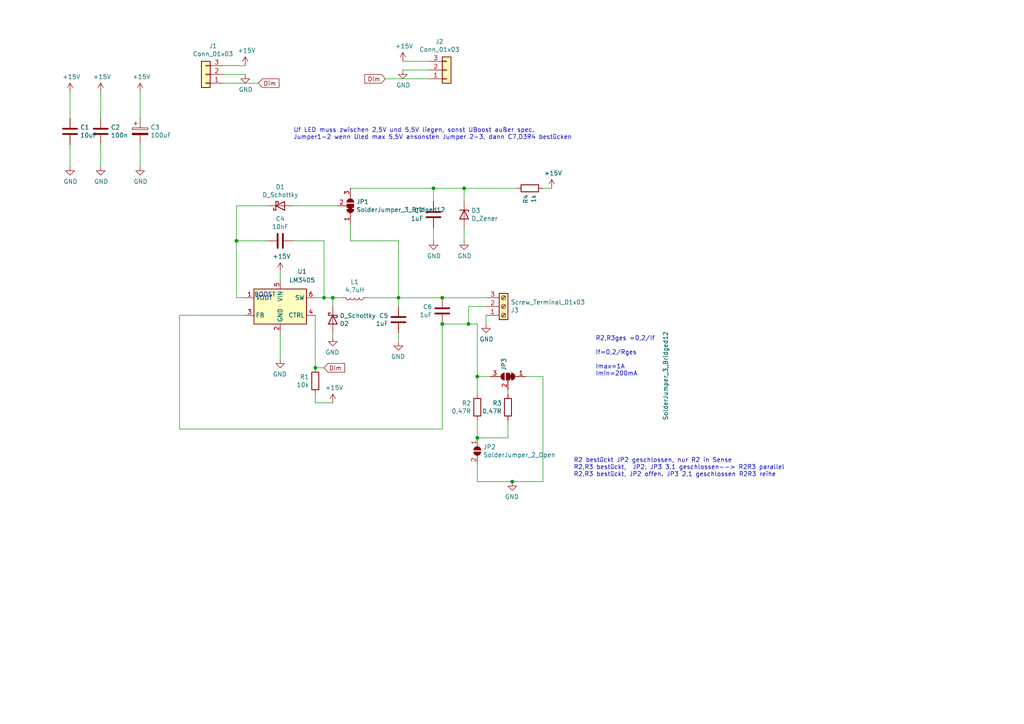
<source format=kicad_sch>
(kicad_sch (version 20231120) (generator "eeschema") (generator_version "8.0")
  (paper "A4")
  (title_block (title "Universaltreiber LED") (date "2020-06-12") (rev "Version2") (comment 1 "Anreihbahr, ") (comment 2 "V1->V2 Größere Footprint C3, D2") (comment 3 "Optional UBoost aus Vin oder Vout"))
  (lib_symbols
    (symbol "Connector:Screw_Terminal_01x03" (pin_names (offset 1.016) hide)
      (property "Reference" "J" (at 0 5.08 0))
      (property "Value" "Screw_Terminal_01x03" (at 0 -5.08 0))
      (symbol "Screw_Terminal_01x03_1_1"
        (rectangle (start -1.27 3.81) (end 1.27 -3.81) (stroke (width 0.254)) (fill (type background)))
        (circle (center 0 -2.54) (radius 0.635) (stroke (width 0.1524)))
        (polyline (pts (xy -0.5334 -2.2098) (xy 0.3302 -3.048)) (stroke (width 0.1524)))
        (polyline (pts (xy -0.5334 0.3302) (xy 0.3302 -0.508)) (stroke (width 0.1524)))
        (polyline (pts (xy -0.5334 2.8702) (xy 0.3302 2.032)) (stroke (width 0.1524)))
        (polyline (pts (xy -0.3556 -2.032) (xy 0.508 -2.8702)) (stroke (width 0.1524)))
        (polyline (pts (xy -0.3556 0.508) (xy 0.508 -0.3302)) (stroke (width 0.1524)))
        (polyline (pts (xy -0.3556 3.048) (xy 0.508 2.2098)) (stroke (width 0.1524)))
        (circle (center 0 0) (radius 0.635) (stroke (width 0.1524)))
        (circle (center 0 2.54) (radius 0.635) (stroke (width 0.1524)))
        (pin passive line (at -5.08 2.54 0) (length 3.81) (name "Pin_1") (number "1"))
        (pin passive line (at -5.08 0 0) (length 3.81) (name "Pin_2") (number "2"))
        (pin passive line (at -5.08 -2.54 0) (length 3.81) (name "Pin_3") (number "3"))
      )
    )
    (symbol "Connector_Generic:Conn_01x03" (pin_names (offset 1.016) hide)
      (property "Reference" "J" (at 0 5.08 0))
      (property "Value" "Conn_01x03" (at 0 -5.08 0))
      (symbol "Conn_01x03_1_1"
        (rectangle (start -1.27 -2.413) (end 0 -2.667) (stroke (width 0.1524)))
        (rectangle (start -1.27 0.127) (end 0 -0.127) (stroke (width 0.1524)))
        (rectangle (start -1.27 2.667) (end 0 2.413) (stroke (width 0.1524)))
        (rectangle (start -1.27 3.81) (end 1.27 -3.81) (stroke (width 0.254)) (fill (type background)))
        (pin passive line (at -5.08 2.54 0) (length 3.81) (name "Pin_1") (number "1"))
        (pin passive line (at -5.08 0 0) (length 3.81) (name "Pin_2") (number "2"))
        (pin passive line (at -5.08 -2.54 0) (length 3.81) (name "Pin_3") (number "3"))
      )
    )
    (symbol "Device:C" (pin_numbers hide) (pin_names (offset 0.254))
      (property "Reference" "C" (at 0.635 2.54 0))
      (property "Value" "C" (at 0.635 -2.54 0))
      (symbol "C_0_1"
        (polyline (pts (xy -2.032 -0.762) (xy 2.032 -0.762)) (stroke (width 0.508)))
        (polyline (pts (xy -2.032 0.762) (xy 2.032 0.762)) (stroke (width 0.508)))
      )
      (symbol "C_1_1"
        (pin passive line (at 0 3.81 270) (length 2.794) (name "~") (number "1"))
        (pin passive line (at 0 -3.81 90) (length 2.794) (name "~") (number "2"))
      )
    )
    (symbol "Device:D_Schottky" (pin_numbers hide) (pin_names (offset 1.016) hide)
      (property "Reference" "D" (at 0 2.54 0))
      (property "Value" "D_Schottky" (at 0 -2.54 0))
      (symbol "D_Schottky_0_1"
        (polyline (pts (xy 1.27 0) (xy -1.27 0)))
        (polyline (pts (xy 1.27 1.27) (xy 1.27 -1.27) (xy -1.27 0) (xy 1.27 1.27)) (stroke (width 0.254)))
        (polyline (pts (xy -1.905 0.635) (xy -1.905 1.27) (xy -1.27 1.27) (xy -1.27 -1.27) (xy -0.635 -1.27) (xy -0.635 -0.635)) (stroke (width 0.254)))
      )
      (symbol "D_Schottky_1_1"
        (pin passive line (at -3.81 0 0) (length 2.54) (name "K") (number "1"))
        (pin passive line (at 3.81 0 180) (length 2.54) (name "A") (number "2"))
      )
    )
    (symbol "Device:D_Zener" (pin_numbers hide) (pin_names (offset 1.016) hide)
      (property "Reference" "D" (at 0 2.54 0))
      (property "Value" "D_Zener" (at 0 -2.54 0))
      (symbol "D_Zener_0_1"
        (polyline (pts (xy 1.27 0) (xy -1.27 0)))
        (polyline (pts (xy -1.27 -1.27) (xy -1.27 1.27) (xy -0.762 1.27)) (stroke (width 0.254)))
        (polyline (pts (xy 1.27 -1.27) (xy 1.27 1.27) (xy -1.27 0) (xy 1.27 -1.27)) (stroke (width 0.254)))
      )
      (symbol "D_Zener_1_1"
        (pin passive line (at -3.81 0 0) (length 2.54) (name "K") (number "1"))
        (pin passive line (at 3.81 0 180) (length 2.54) (name "A") (number "2"))
      )
    )
    (symbol "Device:L" (pin_numbers hide) (pin_names (offset 1.016) hide)
      (property "Reference" "L" (at -1.27 0 90))
      (property "Value" "L" (at 1.905 0 90))
      (symbol "L_0_1"
        (arc (start 0 -2.54) (mid 0.6323 -1.905) (end 0 -1.27))
        (arc (start 0 -1.27) (mid 0.6323 -0.635) (end 0 0))
        (arc (start 0 0) (mid 0.6323 0.635) (end 0 1.27))
        (arc (start 0 1.27) (mid 0.6323 1.905) (end 0 2.54))
      )
      (symbol "L_1_1"
        (pin passive line (at 0 3.81 270) (length 1.27) (name "1") (number "1"))
        (pin passive line (at 0 -3.81 90) (length 1.27) (name "2") (number "2"))
      )
    )
    (symbol "Device:R" (pin_numbers hide) (pin_names (offset 0))
      (property "Reference" "R" (at 2.032 0 90))
      (property "Value" "R" (at 0 0 90))
      (symbol "R_0_1"
        (rectangle (start -1.016 -2.54) (end 1.016 2.54) (stroke (width 0.254)))
      )
      (symbol "R_1_1"
        (pin passive line (at 0 3.81 270) (length 1.27) (name "~") (number "1"))
        (pin passive line (at 0 -3.81 90) (length 1.27) (name "~") (number "2"))
      )
    )
    (symbol "Driver_LED:LT3465"
      (property "Reference" "U" (at -7.62 6.35 0))
      (property "Value" "LT3465" (at 1.27 6.35 0))
      (symbol "LT3465_0_1"
        (rectangle (start -7.62 5.08) (end 7.62 -5.08) (stroke (width 0.254)) (fill (type background)))
      )
      (symbol "LT3465_1_1"
        (pin power_out line (at 10.16 2.54 180) (length 2.54) (name "VOUT") (number "1"))
        (pin power_in line (at 0 -7.62 90) (length 2.54) (name "GND") (number "2"))
        (pin input line (at 10.16 -2.54 180) (length 2.54) (name "FB") (number "3"))
        (pin input line (at -10.16 -2.54 0) (length 2.54) (name "CTRL") (number "4"))
        (pin power_in line (at 0 7.62 270) (length 2.54) (name "VIN") (number "5"))
        (pin output line (at -10.16 2.54 0) (length 2.54) (name "SW") (number "6"))
      )
    )
    (symbol "Jumper:SolderJumper_2_Open" (pin_names (offset 0) hide)
      (property "Reference" "JP" (at 0 2.032 0))
      (property "Value" "SolderJumper_2_Open" (at 0 -2.54 0))
      (symbol "SolderJumper_2_Open_0_1"
        (arc (start -0.254 1.016) (mid -1.2656 0) (end -0.254 -1.016))
        (arc (start -0.254 1.016) (mid -1.2656 0) (end -0.254 -1.016) (fill (type outline)))
        (polyline (pts (xy -0.254 1.016) (xy -0.254 -1.016)))
        (polyline (pts (xy 0.254 1.016) (xy 0.254 -1.016)))
        (arc (start 0.254 -1.016) (mid 1.2656 0) (end 0.254 1.016))
        (arc (start 0.254 -1.016) (mid 1.2656 0) (end 0.254 1.016) (fill (type outline)))
      )
      (symbol "SolderJumper_2_Open_1_1"
        (pin passive line (at -3.81 0 0) (length 2.54) (name "A") (number "1"))
        (pin passive line (at 3.81 0 180) (length 2.54) (name "B") (number "2"))
      )
    )
    (symbol "LED-PowerModul_ver2-rescue:CP-Device" (pin_numbers hide) (pin_names (offset 0.254))
      (property "Reference" "C" (at 0.635 2.54 0))
      (property "Value" "CP-Device" (at 0.635 -2.54 0))
      (symbol "CP-Device_0_1"
        (rectangle (start -2.286 0.508) (end 2.286 1.016))
        (polyline (pts (xy -1.778 2.286) (xy -0.762 2.286)))
        (polyline (pts (xy -1.27 2.794) (xy -1.27 1.778)))
        (rectangle (start 2.286 -0.508) (end -2.286 -1.016) (fill (type outline)))
      )
      (symbol "CP-Device_1_1"
        (pin passive line (at 0 3.81 270) (length 2.794) (name "~") (number "1"))
        (pin passive line (at 0 -3.81 90) (length 2.794) (name "~") (number "2"))
      )
    )
    (symbol "LED-PowerModul_ver2-rescue:SolderJumper_3_Bridged12-Jumper" (pin_names (offset 0) hide)
      (property "Reference" "JP" (at -2.54 -2.54 0))
      (property "Value" "SolderJumper_3_Bridged12-Jumper" (at 0 2.794 0))
      (symbol "SolderJumper_3_Bridged12-Jumper_0_1"
        (rectangle (start -1.016 0.508) (end -0.508 -0.508) (fill (type outline)))
        (arc (start -1.016 1.016) (mid -2.0276 0) (end -1.016 -1.016))
        (arc (start -1.016 1.016) (mid -2.0276 0) (end -1.016 -1.016) (fill (type outline)))
        (rectangle (start -0.508 1.016) (end 0.508 -1.016) (fill (type outline)))
        (polyline (pts (xy -2.54 0) (xy -2.032 0)))
        (polyline (pts (xy -1.016 1.016) (xy -1.016 -1.016)))
        (polyline (pts (xy 0 -1.27) (xy 0 -1.016)))
        (polyline (pts (xy 1.016 1.016) (xy 1.016 -1.016)))
        (polyline (pts (xy 2.54 0) (xy 2.032 0)))
        (arc (start 1.016 -1.016) (mid 2.0276 0) (end 1.016 1.016))
        (arc (start 1.016 -1.016) (mid 2.0276 0) (end 1.016 1.016) (fill (type outline)))
      )
      (symbol "SolderJumper_3_Bridged12-Jumper_1_1"
        (pin passive line (at -5.08 0 0) (length 2.54) (name "A") (number "1"))
        (pin input line (at 0 -3.81 90) (length 2.54) (name "C") (number "2"))
        (pin passive line (at 5.08 0 180) (length 2.54) (name "B") (number "3"))
      )
    )
    (symbol "power:+15V" (power) (pin_names (offset 0))
      (property "Value" "+15V" (at 0 3.556 0))
      (symbol "+15V_0_1"
        (polyline (pts (xy -0.762 1.27) (xy 0 2.54)))
        (polyline (pts (xy 0 0) (xy 0 2.54)))
        (polyline (pts (xy 0 2.54) (xy 0.762 1.27)))
      )
      (symbol "+15V_1_1"
        (pin power_in line (at 0 0 90) (length 0) hide (name "+15V") (number "1"))
      )
    )
    (symbol "power:GND" (power) (pin_names (offset 0))
      (property "Value" "GND" (at 0 -3.81 0))
      (symbol "GND_0_1"
        (polyline (pts (xy 0 0) (xy 0 -1.27) (xy 1.27 -1.27) (xy 0 -2.54) (xy -1.27 -1.27) (xy 0 -1.27)))
      )
      (symbol "GND_1_1"
        (pin power_in line (at 0 0 270) (length 0) hide (name "GND") (number "1"))
      )
    )
  )
  (junction (at 138.43 127))
  (junction (at 148.59 139.7))
  (junction (at 91.44 106.68))
  (junction (at 135.89 93.98))
  (junction (at 93.98 86.36))
  (junction (at 68.58 69.85))
  (junction (at 128.27 93.98))
  (junction (at 96.52 86.36))
  (junction (at 115.57 86.36))
  (junction (at 134.62 54.61))
  (junction (at 125.73 54.61))
  (junction (at 138.43 109.22))
  (junction (at 128.27 86.36))
  (wire (pts (xy 138.43 127) (xy 147.32 127)))
  (wire (pts (xy 125.73 54.61) (xy 134.62 54.61)))
  (wire (pts (xy 77.47 59.69) (xy 68.58 59.69)))
  (wire (pts (xy 101.6 64.77) (xy 101.6 69.85)))
  (wire (pts (xy 138.43 139.7) (xy 148.59 139.7)))
  (wire (pts (xy 91.44 91.44) (xy 91.44 106.68)))
  (wire (pts (xy 138.43 93.98) (xy 138.43 109.22)))
  (wire (pts (xy 68.58 69.85) (xy 77.47 69.85)))
  (wire (pts (xy 138.43 134.62) (xy 138.43 139.7)))
  (wire (pts (xy 101.6 69.85) (xy 115.57 69.85)))
  (wire (pts (xy 52.07 124.46) (xy 52.07 91.44)))
  (wire (pts (xy 29.21 48.26) (xy 29.21 41.91)))
  (wire (pts (xy 71.12 86.36) (xy 68.58 86.36)))
  (wire (pts (xy 68.58 86.36) (xy 68.58 69.85)))
  (wire (pts (xy 140.97 93.98) (xy 140.97 91.44)))
  (wire (pts (xy 134.62 69.85) (xy 134.62 66.04)))
  (wire (pts (xy 96.52 86.36) (xy 99.06 86.36)))
  (wire (pts (xy 157.48 54.61) (xy 160.02 54.61)))
  (wire (pts (xy 128.27 93.98) (xy 128.27 124.46)))
  (wire (pts (xy 81.28 96.52) (xy 81.28 104.14)))
  (wire (pts (xy 93.98 106.68) (xy 91.44 106.68)))
  (wire (pts (xy 68.58 59.69) (xy 68.58 69.85)))
  (wire (pts (xy 91.44 116.84) (xy 96.52 116.84)))
  (wire (pts (xy 148.59 139.7) (xy 157.48 139.7)))
  (wire (pts (xy 147.32 127) (xy 147.32 121.92)))
  (wire (pts (xy 115.57 86.36) (xy 115.57 88.9)))
  (wire (pts (xy 93.98 86.36) (xy 96.52 86.36)))
  (wire (pts (xy 93.98 86.36) (xy 91.44 86.36)))
  (wire (pts (xy 29.21 26.67) (xy 29.21 34.29)))
  (wire (pts (xy 128.27 86.36) (xy 115.57 86.36)))
  (wire (pts (xy 93.98 69.85) (xy 93.98 86.36)))
  (wire (pts (xy 135.89 88.9) (xy 135.89 93.98)))
  (wire (pts (xy 101.6 54.61) (xy 125.73 54.61)))
  (wire (pts (xy 138.43 93.98) (xy 135.89 93.98)))
  (wire (pts (xy 91.44 116.84) (xy 91.44 114.3)))
  (wire (pts (xy 81.28 81.28) (xy 81.28 78.74)))
  (wire (pts (xy 124.46 17.78) (xy 116.84 17.78)))
  (wire (pts (xy 140.97 88.9) (xy 135.89 88.9)))
  (wire (pts (xy 138.43 121.92) (xy 138.43 127)))
  (wire (pts (xy 138.43 109.22) (xy 142.24 109.22)))
  (wire (pts (xy 71.12 19.05) (xy 64.77 19.05)))
  (wire (pts (xy 40.64 26.67) (xy 40.64 34.29)))
  (wire (pts (xy 96.52 88.9) (xy 96.52 86.36)))
  (wire (pts (xy 157.48 109.22) (xy 157.48 139.7)))
  (wire (pts (xy 115.57 99.06) (xy 115.57 96.52)))
  (wire (pts (xy 111.76 22.86) (xy 124.46 22.86)))
  (wire (pts (xy 52.07 124.46) (xy 128.27 124.46)))
  (wire (pts (xy 134.62 58.42) (xy 134.62 54.61)))
  (wire (pts (xy 116.84 20.32) (xy 124.46 20.32)))
  (wire (pts (xy 85.09 59.69) (xy 97.79 59.69)))
  (wire (pts (xy 20.32 26.67) (xy 20.32 34.29)))
  (wire (pts (xy 125.73 58.42) (xy 125.73 54.61)))
  (wire (pts (xy 125.73 69.85) (xy 125.73 66.04)))
  (wire (pts (xy 96.52 97.79) (xy 96.52 96.52)))
  (wire (pts (xy 115.57 69.85) (xy 115.57 86.36)))
  (wire (pts (xy 147.32 113.03) (xy 147.32 114.3)))
  (wire (pts (xy 152.4 109.22) (xy 157.48 109.22)))
  (wire (pts (xy 134.62 54.61) (xy 149.86 54.61)))
  (wire (pts (xy 40.64 48.26) (xy 40.64 41.91)))
  (wire (pts (xy 20.32 48.26) (xy 20.32 41.91)))
  (wire (pts (xy 128.27 93.98) (xy 135.89 93.98)))
  (wire (pts (xy 106.68 86.36) (xy 115.57 86.36)))
  (wire (pts (xy 71.12 21.59) (xy 64.77 21.59)))
  (wire (pts (xy 52.07 91.44) (xy 71.12 91.44)))
  (wire (pts (xy 128.27 86.36) (xy 140.97 86.36)))
  (wire (pts (xy 138.43 109.22) (xy 138.43 114.3)))
  (wire (pts (xy 85.09 69.85) (xy 93.98 69.85)))
  (wire (pts (xy 74.93 24.13) (xy 64.77 24.13)))
  (text "R2,R3ges =0,2/If\n\nIf=0,2/Rges\n\nImax=1A\nImin=200mA" (at 172.72 109.22 0) (effects (font (size 1.27 1.27)) (justify left bottom)))
  (text "R2 bestückt JP2 geschlossen, nur R2 in Sense\nR2,R3 bestückt,  JP2, JP3 3,1 geschlossen--> R2R3 parallel\nR2,R3 bestückt, JP2 offen. JP3 2,1 geschlossen R2R3 reihe " (at 166.37 138.43 0) (effects (font (size 1.27 1.27)) (justify left bottom)))
  (text "Uf LED muss zwischen 2,5V und 5,5V liegen, sonst UBoost außer spec.\nJumper1-2 wenn Uled max 5,5V ansonsten Jumper 2-3, dann C7,D3R4 bestücken " (at 85.09 40.64 0) (effects (font (size 1.27 1.27)) (justify left bottom)))
  (text "BOOST" (at 80.01 86.36 0) (effects (font (size 1.27 1.27)) (justify right bottom)))
  (global_label "Dim" (shape input) (at 74.93 24.13 0) (property "Intersheetrefs" "${INTERSHEET_REFS}" (effects (hide yes))) (property "Referenzen zwischen Schaltplänen" "${INTERSHEET_REFS}" (effects (hide yes))))
  (global_label "Dim" (shape input) (at 111.76 22.86 180) (property "Intersheetrefs" "${INTERSHEET_REFS}" (effects (hide yes))) (property "Referenzen zwischen Schaltplänen" "${INTERSHEET_REFS}" (effects (hide yes))))
  (global_label "Dim" (shape input) (at 93.98 106.68 0) (property "Intersheetrefs" "${INTERSHEET_REFS}" (effects (hide yes))) (property "Referenzen zwischen Schaltplänen" "${INTERSHEET_REFS}" (effects (hide yes))))
  (symbol (lib_id "Driver_LED:LT3465") (at 81.28 88.9 0) (mirror y) (unit 1)
    (property "Reference" "U1" (at 87.63 78.74 0))
    (property "Value" "LM3405" (at 87.63 81.28 0))
    (property "Footprint" "Package_TO_SOT_SMD:TSOT-23-6" (effects (hide yes)))
    (property "Datasheet" "https://www.analog.com/media/en/technical-documentation/data-sheets/3465fa.pdf" (effects (hide yes)))
  )
  (symbol (lib_id "Device:R") (at 91.44 110.49 0) (mirror y) (unit 1)
    (property "Reference" "R1" (at 89.662 109.3216 0) (effects (justify left)))
    (property "Value" "10k" (at 89.662 111.633 0) (effects (justify left)))
    (property "Footprint" "Resistor_SMD:R_0805_2012Metric_Pad1.15x1.40mm_HandSolder" (effects (hide yes)))
  )
  (symbol (lib_id "power:GND") (at 81.28 104.14 0) (mirror y) (unit 1)
    (property "Reference" "#PWR012" (effects (hide yes)))
    (property "Value" "GND" (at 81.153 108.5342 0))
  )
  (symbol (lib_id "power:GND") (at 116.84 20.32 0) (unit 1)
    (property "Reference" "#PWR017" (effects (hide yes)))
    (property "Value" "GND" (at 116.967 24.7142 0))
  )
  (symbol (lib_id "power:GND") (at 71.12 21.59 0) (unit 1)
    (property "Reference" "#PWR010" (effects (hide yes)))
    (property "Value" "GND" (at 71.247 25.9842 0))
  )
  (symbol (lib_id "Connector_Generic:Conn_01x03") (at 59.69 21.59 180) (unit 1)
    (property "Reference" "J1" (at 61.7728 13.335 0))
    (property "Value" "Conn_01x03" (at 61.7728 15.6464 0))
    (property "Footprint" "Connector_PinSocket_2.54mm:PinSocket_1x03_P2.54mm_Vertical" (effects (hide yes)))
  )
  (symbol (lib_id "Connector:Screw_Terminal_01x03") (at 146.05 88.9 0) (mirror x) (unit 1)
    (property "Reference" "J3" (at 148.082 89.9668 0) (effects (justify left)))
    (property "Value" "Screw_Terminal_01x03" (at 148.082 87.6554 0) (effects (justify left)))
    (property "Footprint" "Connector_PinSocket_2.54mm:PinSocket_1x03_P2.54mm_Vertical" (effects (hide yes)))
  )
  (symbol (lib_id "Connector_Generic:Conn_01x03") (at 129.54 20.32 0) (mirror x) (unit 1)
    (property "Reference" "J2" (at 127.4572 12.065 0))
    (property "Value" "Conn_01x03" (at 127.4572 14.3764 0))
    (property "Footprint" "Connector_PinSocket_2.54mm:PinSocket_1x03_P2.54mm_Vertical" (effects (hide yes)))
  )
  (symbol (lib_id "power:GND") (at 20.32 48.26 0) (unit 1)
    (property "Reference" "#PWR02" (effects (hide yes)))
    (property "Value" "GND" (at 20.447 52.6542 0))
  )
  (symbol (lib_id "power:GND") (at 29.21 48.26 0) (unit 1)
    (property "Reference" "#PWR05" (effects (hide yes)))
    (property "Value" "GND" (at 29.337 52.6542 0))
  )
  (symbol (lib_id "power:GND") (at 40.64 48.26 0) (unit 1)
    (property "Reference" "#PWR08" (effects (hide yes)))
    (property "Value" "GND" (at 40.767 52.6542 0))
  )
  (symbol (lib_id "Device:C") (at 20.32 38.1 0) (unit 1)
    (property "Reference" "C1" (at 23.241 36.9316 0) (effects (justify left)))
    (property "Value" "10uF" (at 23.241 39.243 0) (effects (justify left)))
    (property "Footprint" "Capacitor_SMD:C_0805_2012Metric_Pad1.15x1.40mm_HandSolder" (effects (hide yes)))
  )
  (symbol (lib_id "Device:C") (at 29.21 38.1 0) (unit 1)
    (property "Reference" "C2" (at 32.131 36.9316 0) (effects (justify left)))
    (property "Value" "100n" (at 32.131 39.243 0) (effects (justify left)))
    (property "Footprint" "Capacitor_SMD:C_0805_2012Metric_Pad1.15x1.40mm_HandSolder" (effects (hide yes)))
  )
  (symbol (lib_id "Device:C") (at 81.28 69.85 270) (mirror x) (unit 1)
    (property "Reference" "C4" (at 81.28 63.4492 90))
    (property "Value" "10nF" (at 81.28 65.7606 90))
    (property "Footprint" "Capacitor_SMD:C_0805_2012Metric_Pad1.15x1.40mm_HandSolder" (effects (hide yes)))
  )
  (symbol (lib_id "LED-PowerModul_ver2-rescue:CP-Device") (at 40.64 38.1 0) (unit 1)
    (property "Reference" "C3" (at 43.6372 36.9316 0) (effects (justify left)))
    (property "Value" "100uF" (at 43.6372 39.243 0) (effects (justify left)))
    (property "Footprint" "Capacitor_SMD:CP_Elec_6.3x5.9" (effects (hide yes)))
  )
  (symbol (lib_id "Device:R") (at 147.32 118.11 0) (mirror y) (unit 1)
    (property "Reference" "R3" (at 145.542 116.9416 0) (effects (justify left)))
    (property "Value" "0,47R" (at 145.542 119.253 0) (effects (justify left)))
    (property "Footprint" "Resistor_SMD:R_2512_6332Metric_Pad1.52x3.35mm_HandSolder" (effects (hide yes)))
  )
  (symbol (lib_id "Device:D_Schottky") (at 81.28 59.69 0) (mirror x) (unit 1)
    (property "Reference" "D1" (at 81.28 54.2036 0))
    (property "Value" "D_Schottky" (at 81.28 56.515 0))
    (property "Footprint" "Diode_SMD:D_1806_4516Metric_Pad1.57x1.80mm_HandSolder" (effects (hide yes)))
  )
  (symbol (lib_id "Device:L") (at 102.87 86.36 90) (mirror x) (unit 1)
    (property "Reference" "L1" (at 102.87 81.7626 90))
    (property "Value" "4,7uH" (at 102.87 84.074 90))
    (property "Footprint" "Inductor_SMD:L_Murata_LQH55DN_5.7x5.0mm" (effects (hide yes)))
  )
  (symbol (lib_id "Device:D_Schottky") (at 96.52 92.71 90) (mirror x) (unit 1)
    (property "Reference" "D2" (at 98.5266 93.8784 90) (effects (justify right)))
    (property "Value" "D_Schottky" (at 98.5266 91.567 90) (effects (justify right)))
    (property "Footprint" "Diode_SMD:D_1806_4516Metric_Pad1.57x1.80mm_HandSolder" (effects (hide yes)))
  )
  (symbol (lib_id "power:GND") (at 96.52 97.79 0) (mirror y) (unit 1)
    (property "Reference" "#PWR014" (effects (hide yes)))
    (property "Value" "GND" (at 96.393 102.1842 0))
  )
  (symbol (lib_id "Device:C") (at 115.57 92.71 0) (mirror y) (unit 1)
    (property "Reference" "C5" (at 112.649 91.5416 0) (effects (justify left)))
    (property "Value" "1uF" (at 112.649 93.853 0) (effects (justify left)))
    (property "Footprint" "Capacitor_SMD:C_0805_2012Metric_Pad1.15x1.40mm_HandSolder" (effects (hide yes)))
  )
  (symbol (lib_id "power:GND") (at 115.57 99.06 0) (mirror y) (unit 1)
    (property "Reference" "#PWR015" (effects (hide yes)))
    (property "Value" "GND" (at 115.443 103.4542 0))
  )
  (symbol (lib_id "Device:C") (at 128.27 90.17 0) (mirror y) (unit 1)
    (property "Reference" "C6" (at 125.349 89.0016 0) (effects (justify left)))
    (property "Value" "1uF" (at 125.349 91.313 0) (effects (justify left)))
    (property "Footprint" "Capacitor_SMD:C_0805_2012Metric_Pad1.15x1.40mm_HandSolder" (effects (hide yes)))
  )
  (symbol (lib_id "Device:R") (at 138.43 118.11 0) (mirror y) (unit 1)
    (property "Reference" "R2" (at 136.652 116.9416 0) (effects (justify left)))
    (property "Value" "0,47R" (at 136.652 119.253 0) (effects (justify left)))
    (property "Footprint" "Resistor_SMD:R_2512_6332Metric_Pad1.52x3.35mm_HandSolder" (effects (hide yes)))
  )
  (symbol (lib_id "power:GND") (at 148.59 139.7 0) (mirror y) (unit 1)
    (property "Reference" "#PWR018" (effects (hide yes)))
    (property "Value" "GND" (at 148.463 144.0942 0))
  )
  (symbol (lib_id "power:GND") (at 140.97 93.98 0) (unit 1)
    (property "Reference" "#PWR019" (effects (hide yes)))
    (property "Value" "GND" (at 141.097 98.3742 0))
  )
  (symbol (lib_id "LED-PowerModul_ver2-rescue:SolderJumper_3_Bridged12-Jumper") (at 101.6 59.69 270) (mirror x) (unit 1)
    (property "Reference" "JP1" (at 103.3272 58.5216 90) (effects (justify left)))
    (property "Value" "SolderJumper_3_Bridged12" (at 103.3272 60.833 90) (effects (justify left)))
    (property "Footprint" "Jumper:SolderJumper-3_P1.3mm_Bridged12_RoundedPad1.0x1.5mm_NumberLabels" (effects (hide yes)))
  )
  (symbol (lib_id "power:+15V") (at 81.28 78.74 0) (unit 1)
    (property "Reference" "#PWR0101" (effects (hide yes)))
    (property "Value" "+15V" (at 81.661 74.3458 0))
  )
  (symbol (lib_id "power:+15V") (at 20.32 26.67 0) (unit 1)
    (property "Reference" "#PWR0102" (effects (hide yes)))
    (property "Value" "+15V" (at 20.701 22.2758 0))
  )
  (symbol (lib_id "power:+15V") (at 29.21 26.67 0) (unit 1)
    (property "Reference" "#PWR0103" (effects (hide yes)))
    (property "Value" "+15V" (at 29.591 22.2758 0))
  )
  (symbol (lib_id "power:+15V") (at 40.64 26.67 0) (unit 1)
    (property "Reference" "#PWR0104" (effects (hide yes)))
    (property "Value" "+15V" (at 41.021 22.2758 0))
  )
  (symbol (lib_id "power:+15V") (at 71.12 19.05 0) (unit 1)
    (property "Reference" "#PWR0105" (effects (hide yes)))
    (property "Value" "+15V" (at 71.501 14.6558 0))
  )
  (symbol (lib_id "power:+15V") (at 116.84 17.78 0) (unit 1)
    (property "Reference" "#PWR0106" (effects (hide yes)))
    (property "Value" "+15V" (at 117.221 13.3858 0))
  )
  (symbol (lib_id "power:+15V") (at 160.02 54.61 0) (unit 1)
    (property "Reference" "#PWR0107" (effects (hide yes)))
    (property "Value" "+15V" (at 160.401 50.2158 0))
  )
  (symbol (lib_id "power:GND") (at 125.73 69.85 0) (unit 1)
    (property "Reference" "#PWR0108" (effects (hide yes)))
    (property "Value" "GND" (at 125.857 74.2442 0))
  )
  (symbol (lib_id "Device:C") (at 125.73 62.23 0) (mirror y) (unit 1)
    (property "Reference" "C7" (at 122.809 61.0616 0) (effects (justify left)))
    (property "Value" "1uF" (at 122.809 63.373 0) (effects (justify left)))
    (property "Footprint" "Capacitor_SMD:C_0805_2012Metric_Pad1.15x1.40mm_HandSolder" (effects (hide yes)))
  )
  (symbol (lib_id "power:GND") (at 134.62 69.85 0) (unit 1)
    (property "Reference" "#PWR0109" (effects (hide yes)))
    (property "Value" "GND" (at 134.747 74.2442 0))
  )
  (symbol (lib_id "Device:D_Zener") (at 134.62 62.23 270) (unit 1)
    (property "Reference" "D3" (at 136.652 61.0616 90) (effects (justify left)))
    (property "Value" "D_Zener" (at 136.652 63.373 90) (effects (justify left)))
    (property "Footprint" "Diode_SMD:D_1806_4516Metric_Pad1.57x1.80mm_HandSolder" (effects (hide yes)))
  )
  (symbol (lib_id "Device:R") (at 153.67 54.61 90) (mirror x) (unit 1)
    (property "Reference" "R4" (at 152.5016 56.388 0) (effects (justify left)))
    (property "Value" "1k" (at 154.813 56.388 0) (effects (justify left)))
    (property "Footprint" "Resistor_SMD:R_0805_2012Metric_Pad1.15x1.40mm_HandSolder" (effects (hide yes)))
  )
  (symbol (lib_id "power:+15V") (at 96.52 116.84 0) (unit 1)
    (property "Reference" "#PWR0110" (effects (hide yes)))
    (property "Value" "+15V" (at 96.901 112.4458 0))
  )
  (symbol (lib_id "LED-PowerModul_ver2-rescue:SolderJumper_3_Bridged12-Jumper") (at 147.32 109.22 0) (mirror y) (unit 1)
    (property "Reference" "JP3" (at 146.1516 107.4928 90) (effects (justify left)))
    (property "Value" "SolderJumper_3_Bridged12" (at 193.04 121.92 90) (effects (justify left)))
    (property "Footprint" "Jumper:SolderJumper-3_P1.3mm_Bridged12_RoundedPad1.0x1.5mm_NumberLabels" (effects (hide yes)))
  )
  (symbol (lib_id "Jumper:SolderJumper_2_Open") (at 138.43 130.81 270) (unit 1)
    (property "Reference" "JP2" (at 140.1572 129.6416 90) (effects (justify left)))
    (property "Value" "SolderJumper_2_Open" (at 140.1572 131.953 90) (effects (justify left)))
    (property "Footprint" "Jumper:SolderJumper-2_P1.3mm_Open_Pad1.0x1.5mm" (effects (hide yes)))
  )
)
</source>
